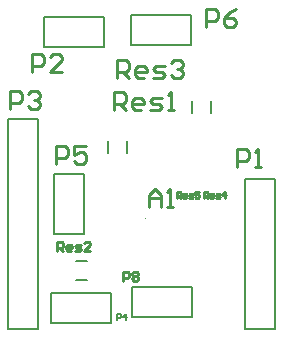
<source format=gto>
G04 Layer_Color=65535*
%FSAX43Y43*%
%MOMM*%
G71*
G01*
G75*
%ADD15C,0.203*%
%ADD21C,0.100*%
%ADD22C,0.200*%
%ADD23C,0.254*%
D15*
X0061290Y0078435D02*
Y0078943D01*
X0061544D01*
X0061629Y0078858D01*
Y0078689D01*
X0061544Y0078604D01*
X0061290D01*
X0062052Y0078435D02*
Y0078943D01*
X0061798Y0078689D01*
X0062137D01*
D21*
X0063752Y0087053D02*
G03*
X0063752Y0087053I-0000050J0000000D01*
G01*
D22*
X0056007Y0085725D02*
X0058547D01*
X0056007D02*
Y0090805D01*
X0058547D01*
Y0085725D02*
Y0090805D01*
X0052070Y0077724D02*
Y0095504D01*
Y0077724D02*
X0054610D01*
Y0095504D01*
X0052070D02*
X0054610D01*
X0055753Y0078232D02*
Y0080772D01*
X0060833D01*
Y0078232D02*
Y0080772D01*
X0055753Y0078232D02*
X0060833D01*
X0062611Y0078740D02*
Y0081280D01*
X0067691D01*
Y0078740D02*
Y0081280D01*
X0062611Y0078740D02*
X0067691D01*
X0057793Y0083502D02*
X0058793D01*
X0057793Y0081852D02*
X0058793D01*
X0062484Y0101727D02*
Y0104267D01*
X0067564D01*
Y0101727D02*
Y0104267D01*
X0062484Y0101727D02*
X0067564D01*
X0067628Y0096020D02*
Y0097020D01*
X0069278Y0096020D02*
Y0097020D01*
X0060516Y0092591D02*
Y0093591D01*
X0062166Y0092591D02*
Y0093591D01*
X0055118Y0101600D02*
Y0104140D01*
X0060198D01*
Y0101600D02*
Y0104140D01*
X0055118Y0101600D02*
X0060198D01*
X0072136Y0077724D02*
X0074676D01*
X0072136D02*
Y0090424D01*
X0074676Y0077724D02*
Y0090424D01*
X0072136D02*
X0074676D01*
D23*
X0066421Y0088835D02*
Y0089343D01*
X0066675D01*
X0066760Y0089258D01*
Y0089089D01*
X0066675Y0089004D01*
X0066421D01*
X0066590D02*
X0066760Y0088835D01*
X0067183D02*
X0067013D01*
X0066929Y0088920D01*
Y0089089D01*
X0067013Y0089174D01*
X0067183D01*
X0067267Y0089089D01*
Y0089004D01*
X0066929D01*
X0067437Y0088835D02*
X0067691D01*
X0067775Y0088920D01*
X0067691Y0089004D01*
X0067521D01*
X0067437Y0089089D01*
X0067521Y0089174D01*
X0067775D01*
X0068283Y0089343D02*
X0067945D01*
Y0089089D01*
X0068114Y0089174D01*
X0068198D01*
X0068283Y0089089D01*
Y0088920D01*
X0068198Y0088835D01*
X0068029D01*
X0067945Y0088920D01*
X0068707Y0088773D02*
Y0089281D01*
X0068961D01*
X0069046Y0089196D01*
Y0089027D01*
X0068961Y0088942D01*
X0068707D01*
X0068876D02*
X0069046Y0088773D01*
X0069469D02*
X0069299D01*
X0069215Y0088858D01*
Y0089027D01*
X0069299Y0089112D01*
X0069469D01*
X0069553Y0089027D01*
Y0088942D01*
X0069215D01*
X0069723Y0088773D02*
X0069977D01*
X0070061Y0088858D01*
X0069977Y0088942D01*
X0069807D01*
X0069723Y0089027D01*
X0069807Y0089112D01*
X0070061D01*
X0070484Y0088773D02*
Y0089281D01*
X0070230Y0089027D01*
X0070569D01*
X0056159Y0091669D02*
Y0093192D01*
X0056921D01*
X0057175Y0092938D01*
Y0092430D01*
X0056921Y0092176D01*
X0056159D01*
X0058699Y0093192D02*
X0057683D01*
Y0092430D01*
X0058191Y0092684D01*
X0058445D01*
X0058699Y0092430D01*
Y0091923D01*
X0058445Y0091669D01*
X0057937D01*
X0057683Y0091923D01*
X0061341Y0098933D02*
Y0100457D01*
X0062103D01*
X0062357Y0100203D01*
Y0099695D01*
X0062103Y0099441D01*
X0061341D01*
X0061849D02*
X0062357Y0098933D01*
X0063626D02*
X0063118D01*
X0062865Y0099187D01*
Y0099695D01*
X0063118Y0099949D01*
X0063626D01*
X0063880Y0099695D01*
Y0099441D01*
X0062865D01*
X0064388Y0098933D02*
X0065150D01*
X0065404Y0099187D01*
X0065150Y0099441D01*
X0064642D01*
X0064388Y0099695D01*
X0064642Y0099949D01*
X0065404D01*
X0065912Y0100203D02*
X0066165Y0100457D01*
X0066673D01*
X0066927Y0100203D01*
Y0099949D01*
X0066673Y0099695D01*
X0066419D01*
X0066673D01*
X0066927Y0099441D01*
Y0099187D01*
X0066673Y0098933D01*
X0066165D01*
X0065912Y0099187D01*
X0056261Y0084328D02*
Y0085090D01*
X0056642D01*
X0056769Y0084963D01*
Y0084709D01*
X0056642Y0084582D01*
X0056261D01*
X0056515D02*
X0056769Y0084328D01*
X0057404D02*
X0057150D01*
X0057023Y0084455D01*
Y0084709D01*
X0057150Y0084836D01*
X0057404D01*
X0057531Y0084709D01*
Y0084582D01*
X0057023D01*
X0057785Y0084328D02*
X0058165D01*
X0058292Y0084455D01*
X0058165Y0084582D01*
X0057911D01*
X0057785Y0084709D01*
X0057911Y0084836D01*
X0058292D01*
X0059054Y0084328D02*
X0058546D01*
X0059054Y0084836D01*
Y0084963D01*
X0058927Y0085090D01*
X0058673D01*
X0058546Y0084963D01*
X0061087Y0096266D02*
Y0097790D01*
X0061849D01*
X0062103Y0097536D01*
Y0097028D01*
X0061849Y0096774D01*
X0061087D01*
X0061595D02*
X0062103Y0096266D01*
X0063372D02*
X0062864D01*
X0062611Y0096520D01*
Y0097028D01*
X0062864Y0097282D01*
X0063372D01*
X0063626Y0097028D01*
Y0096774D01*
X0062611D01*
X0064134Y0096266D02*
X0064896D01*
X0065150Y0096520D01*
X0064896Y0096774D01*
X0064388D01*
X0064134Y0097028D01*
X0064388Y0097282D01*
X0065150D01*
X0065658Y0096266D02*
X0066165D01*
X0065911D01*
Y0097790D01*
X0065658Y0097536D01*
X0061849Y0081788D02*
Y0082550D01*
X0062230D01*
X0062357Y0082423D01*
Y0082169D01*
X0062230Y0082042D01*
X0061849D01*
X0062611Y0082423D02*
X0062738Y0082550D01*
X0062992D01*
X0063119Y0082423D01*
Y0082296D01*
X0062992Y0082169D01*
X0063119Y0082042D01*
Y0081915D01*
X0062992Y0081788D01*
X0062738D01*
X0062611Y0081915D01*
Y0082042D01*
X0062738Y0082169D01*
X0062611Y0082296D01*
Y0082423D01*
X0062738Y0082169D02*
X0062992D01*
X0068834Y0103251D02*
Y0104775D01*
X0069596D01*
X0069850Y0104521D01*
Y0104013D01*
X0069596Y0103759D01*
X0068834D01*
X0071373Y0104775D02*
X0070865Y0104521D01*
X0070358Y0104013D01*
Y0103505D01*
X0070611Y0103251D01*
X0071119D01*
X0071373Y0103505D01*
Y0103759D01*
X0071119Y0104013D01*
X0070358D01*
X0052222Y0096368D02*
Y0097891D01*
X0052984D01*
X0053238Y0097637D01*
Y0097129D01*
X0052984Y0096875D01*
X0052222D01*
X0053746Y0097637D02*
X0054000Y0097891D01*
X0054508D01*
X0054762Y0097637D01*
Y0097383D01*
X0054508Y0097129D01*
X0054254D01*
X0054508D01*
X0054762Y0096875D01*
Y0096622D01*
X0054508Y0096368D01*
X0054000D01*
X0053746Y0096622D01*
X0054102Y0099441D02*
Y0100965D01*
X0054864D01*
X0055118Y0100711D01*
Y0100203D01*
X0054864Y0099949D01*
X0054102D01*
X0056641Y0099441D02*
X0055626D01*
X0056641Y0100457D01*
Y0100711D01*
X0056387Y0100965D01*
X0055879D01*
X0055626Y0100711D01*
X0071501Y0091440D02*
Y0092964D01*
X0072263D01*
X0072517Y0092710D01*
Y0092202D01*
X0072263Y0091948D01*
X0071501D01*
X0073025Y0091440D02*
X0073532D01*
X0073278D01*
Y0092964D01*
X0073025Y0092710D01*
X0064008Y0088011D02*
Y0089027D01*
X0064516Y0089535D01*
X0065024Y0089027D01*
Y0088011D01*
Y0088773D01*
X0064008D01*
X0065532Y0088011D02*
X0066039D01*
X0065785D01*
Y0089535D01*
X0065532Y0089281D01*
M02*

</source>
